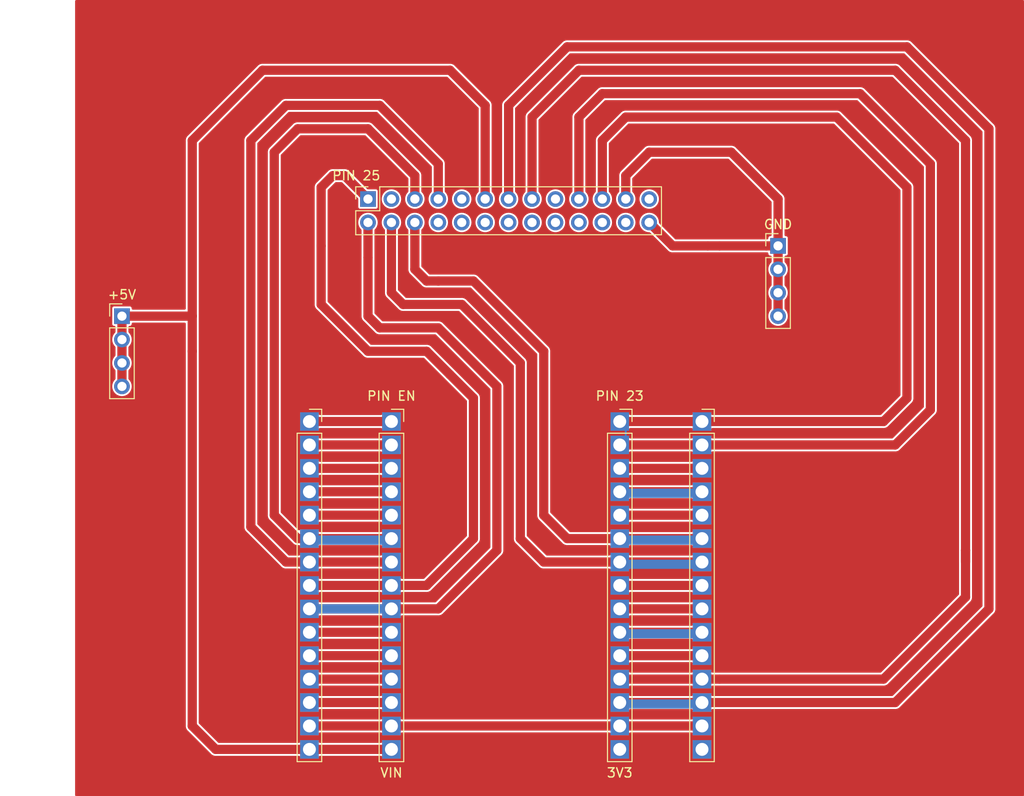
<source format=kicad_pcb>
(kicad_pcb (version 20211014) (generator pcbnew)
  (layers (0 "F.Cu" signal) (31 "B.Cu" signal) (34 "B.Paste" user) (35 "F.Paste" user) (36 "B.SilkS" user "B.Silkscreen") (37 "F.SilkS" user "F.Silkscreen") (38 "B.Mask" user) (39 "F.Mask" user) (44 "Edge.Cuts" user))
  (net 0 "")
  (footprint "Connector_PinSocket_2.54mm:PinSocket_1x15_P2.54mm_Vertical" (layer "F.Cu") (at 123.19 95.25)
    (fp_text reference "PIN EN" (at 0 -2.77) (layer "F.SilkS"))
    (fp_text value "PinSocket_1x15_P2.54mm_Vertical")
    (fp_line (start -1.33 1.27) (end 1.33 1.27) (layer "F.SilkS") (width 0.12))
    (fp_line (start 0 -1.33) (end 1.33 -1.33) (layer "F.SilkS") (width 0.12))
    (fp_line (start -1.33 36.89) (end 1.33 36.89) (layer "F.SilkS") (width 0.12))
    (fp_line (start 1.33 1.27) (end 1.33 36.89) (layer "F.SilkS") (width 0.12))
    (fp_line (start -1.33 1.27) (end -1.33 36.89) (layer "F.SilkS") (width 0.12))
    (fp_line (start 1.33 -1.33) (end 1.33 0) (layer "F.SilkS") (width 0.12))
    (pad "1" thru_hole rect (at 0 0) (size 2 2) (drill 1.4) (layers *.Cu *.Mask))
    (pad "2" thru_hole rect (at 0 2.54) (size 2 2) (drill 1.4) (layers *.Cu *.Mask))
    (pad "3" thru_hole rect (at 0 5.08) (size 2 2) (drill 1.4) (layers *.Cu *.Mask))
    (pad "4" thru_hole rect (at 0 7.62) (size 2 2) (drill 1.4) (layers *.Cu *.Mask))
    (pad "5" thru_hole rect (at 0 10.16) (size 2 2) (drill 1.4) (layers *.Cu *.Mask))
    (pad "6" thru_hole rect (at 0 12.7) (size 2 2) (drill 1.4) (layers *.Cu *.Mask))
    (pad "7" thru_hole rect (at 0 15.24) (size 2 2) (drill 1.4) (layers *.Cu *.Mask))
    (pad "8" thru_hole rect (at 0 17.78) (size 2 2) (drill 1.4) (layers *.Cu *.Mask))
    (pad "9" thru_hole rect (at 0 20.32) (size 2 2) (drill 1.4) (layers *.Cu *.Mask))
    (pad "10" thru_hole rect (at 0 22.86) (size 2 2) (drill 1.4) (layers *.Cu *.Mask))
    (pad "11" thru_hole rect (at 0 25.4) (size 2 2) (drill 1.4) (layers *.Cu *.Mask))
    (pad "12" thru_hole rect (at 0 27.94) (size 2 2) (drill 1.4) (layers *.Cu *.Mask))
    (pad "13" thru_hole rect (at 0 30.48) (size 2 2) (drill 1.4) (layers *.Cu *.Mask))
    (pad "14" thru_hole rect (at 0 33.02) (size 2 2) (drill 1.4) (layers *.Cu *.Mask))
    (pad "15" thru_hole rect (at 0 35.56) (size 2 2) (drill 1.4) (layers *.Cu *.Mask))
  )
  (footprint "Connector_PinSocket_2.54mm:PinSocket_1x15_P2.54mm_Vertical" (layer "F.Cu") (at 114.3 95.25)
    (fp_text reference "VIN" (at 8.89 38.1) (layer "F.SilkS"))
    (fp_text value "PinSocket_1x15_P2.54mm_Vertical")
    (fp_line (start -1.33 1.27) (end -1.33 36.89) (layer "F.SilkS") (width 0.12))
    (fp_line (start -1.33 1.27) (end 1.33 1.27) (layer "F.SilkS") (width 0.12))
    (fp_line (start 1.33 1.27) (end 1.33 36.89) (layer "F.SilkS") (width 0.12))
    (fp_line (start 1.33 -1.33) (end 1.33 0) (layer "F.SilkS") (width 0.12))
    (fp_line (start -1.33 36.89) (end 1.33 36.89) (layer "F.SilkS") (width 0.12))
    (fp_line (start 0 -1.33) (end 1.33 -1.33) (layer "F.SilkS") (width 0.12))
    (pad "1" thru_hole rect (at 0 0) (size 2 2) (drill 1.4) (layers *.Cu *.Mask))
    (pad "2" thru_hole rect (at 0 2.54) (size 2 2) (drill 1.4) (layers *.Cu *.Mask))
    (pad "3" thru_hole rect (at 0 5.08) (size 2 2) (drill 1.4) (layers *.Cu *.Mask))
    (pad "4" thru_hole rect (at 0 7.62) (size 2 2) (drill 1.4) (layers *.Cu *.Mask))
    (pad "5" thru_hole rect (at 0 10.16) (size 2 2) (drill 1.4) (layers *.Cu *.Mask))
    (pad "6" thru_hole rect (at 0 12.7) (size 2 2) (drill 1.4) (layers *.Cu *.Mask))
    (pad "7" thru_hole rect (at 0 15.24) (size 2 2) (drill 1.4) (layers *.Cu *.Mask))
    (pad "8" thru_hole rect (at 0 17.78) (size 2 2) (drill 1.4) (layers *.Cu *.Mask))
    (pad "9" thru_hole rect (at 0 20.32) (size 2 2) (drill 1.4) (layers *.Cu *.Mask))
    (pad "10" thru_hole rect (at 0 22.86) (size 2 2) (drill 1.4) (layers *.Cu *.Mask))
    (pad "11" thru_hole rect (at 0 25.4) (size 2 2) (drill 1.4) (layers *.Cu *.Mask))
    (pad "12" thru_hole rect (at 0 27.94) (size 2 2) (drill 1.4) (layers *.Cu *.Mask))
    (pad "13" thru_hole rect (at 0 30.48) (size 2 2) (drill 1.4) (layers *.Cu *.Mask))
    (pad "14" thru_hole rect (at 0 33.02) (size 2 2) (drill 1.4) (layers *.Cu *.Mask))
    (pad "15" thru_hole rect (at 0 35.56) (size 2 2) (drill 1.4) (layers *.Cu *.Mask))
  )
  (footprint "Connector_PinSocket_2.54mm:PinSocket_1x15_P2.54mm_Vertical" (layer "F.Cu") (at 156.8535 95.25)
    (fp_text reference "3V3" (at -8.915 38.1) (layer "F.SilkS"))
    (fp_text value "PinSocket_1x15_P2.54mm_Vertical")
    (fp_line (start 1.33 -1.33) (end 1.33 0) (layer "F.SilkS") (width 0.12))
    (fp_line (start 1.33 1.27) (end 1.33 36.89) (layer "F.SilkS") (width 0.12))
    (fp_line (start -1.33 1.27) (end 1.33 1.27) (layer "F.SilkS") (width 0.12))
    (fp_line (start 0 -1.33) (end 1.33 -1.33) (layer "F.SilkS") (width 0.12))
    (fp_line (start -1.33 36.89) (end 1.33 36.89) (layer "F.SilkS") (width 0.12))
    (fp_line (start -1.33 1.27) (end -1.33 36.89) (layer "F.SilkS") (width 0.12))
    (pad "1" thru_hole rect (at 0 0) (size 2 2) (drill 1.4) (layers *.Cu *.Mask))
    (pad "2" thru_hole rect (at 0 2.54) (size 2 2) (drill 1.4) (layers *.Cu *.Mask))
    (pad "3" thru_hole rect (at 0 5.08) (size 2 2) (drill 1.4) (layers *.Cu *.Mask))
    (pad "4" thru_hole rect (at 0 7.62) (size 2 2) (drill 1.4) (layers *.Cu *.Mask))
    (pad "5" thru_hole rect (at 0 10.16) (size 2 2) (drill 1.4) (layers *.Cu *.Mask))
    (pad "6" thru_hole rect (at 0 12.7) (size 2 2) (drill 1.4) (layers *.Cu *.Mask))
    (pad "7" thru_hole rect (at 0 15.24) (size 2 2) (drill 1.4) (layers *.Cu *.Mask))
    (pad "8" thru_hole rect (at 0 17.78) (size 2 2) (drill 1.4) (layers *.Cu *.Mask))
    (pad "9" thru_hole rect (at 0 20.32) (size 2 2) (drill 1.4) (layers *.Cu *.Mask))
    (pad "10" thru_hole rect (at 0 22.86) (size 2 2) (drill 1.4) (layers *.Cu *.Mask))
    (pad "11" thru_hole rect (at 0 25.4) (size 2 2) (drill 1.4) (layers *.Cu *.Mask))
    (pad "12" thru_hole rect (at 0 27.94) (size 2 2) (drill 1.4) (layers *.Cu *.Mask))
    (pad "13" thru_hole rect (at 0 30.48) (size 2 2) (drill 1.4) (layers *.Cu *.Mask))
    (pad "14" thru_hole rect (at 0 33.02) (size 2 2) (drill 1.4) (layers *.Cu *.Mask))
    (pad "15" thru_hole rect (at 0 35.56) (size 2 2) (drill 1.4) (layers *.Cu *.Mask))
  )
  (footprint "Connector_PinSocket_2.54mm:PinSocket_2x13_P2.54mm_Vertical" (layer "F.Cu") (at 120.65 71.12 90)
    (fp_text reference "PIN 25" (at 2.54 -1.27 180) (layer "F.SilkS"))
    (fp_text value "PinSocket_2x13_P2.54mm_Vertical")
    (fp_line (start 0 -1.33) (end 1.33 -1.33) (layer "F.SilkS") (width 0.12))
    (fp_line (start -3.87 -1.33) (end -3.87 31.81) (layer "F.SilkS") (width 0.12))
    (fp_line (start 1.33 1.27) (end 1.33 31.81) (layer "F.SilkS") (width 0.12))
    (fp_line (start -1.27 -1.33) (end -1.27 1.27) (layer "F.SilkS") (width 0.12))
    (fp_line (start -3.87 31.81) (end 1.33 31.81) (layer "F.SilkS") (width 0.12))
    (fp_line (start 1.33 -1.33) (end 1.33 0) (layer "F.SilkS") (width 0.12))
    (fp_line (start -3.87 -1.33) (end -1.27 -1.33) (layer "F.SilkS") (width 0.12))
    (fp_line (start -1.27 1.27) (end 1.33 1.27) (layer "F.SilkS") (width 0.12))
    (pad "1" thru_hole rect (at 0 0 90) (size 1.7 1.7) (drill 1) (layers *.Cu *.Mask))
    (pad "2" thru_hole oval (at -2.54 0 90) (size 1.7 1.7) (drill 1) (layers *.Cu *.Mask))
    (pad "3" thru_hole oval (at 0 2.54 90) (size 1.7 1.7) (drill 1) (layers *.Cu *.Mask))
    (pad "4" thru_hole oval (at -2.54 2.54 90) (size 1.7 1.7) (drill 1) (layers *.Cu *.Mask))
    (pad "5" thru_hole oval (at 0 5.08 90) (size 1.7 1.7) (drill 1) (layers *.Cu *.Mask))
    (pad "6" thru_hole oval (at -2.54 5.08 90) (size 1.7 1.7) (drill 1) (layers *.Cu *.Mask))
    (pad "7" thru_hole oval (at 0 7.62 90) (size 1.7 1.7) (drill 1) (layers *.Cu *.Mask))
    (pad "8" thru_hole oval (at -2.54 7.62 90) (size 1.7 1.7) (drill 1) (layers *.Cu *.Mask))
    (pad "9" thru_hole oval (at 0 10.16 90) (size 1.7 1.7) (drill 1) (layers *.Cu *.Mask))
    (pad "10" thru_hole oval (at -2.54 10.16 90) (size 1.7 1.7) (drill 1) (layers *.Cu *.Mask))
    (pad "11" thru_hole oval (at 0 12.7 90) (size 1.7 1.7) (drill 1) (layers *.Cu *.Mask))
    (pad "12" thru_hole oval (at -2.54 12.7 90) (size 1.7 1.7) (drill 1) (layers *.Cu *.Mask))
    (pad "13" thru_hole oval (at 0 15.24 90) (size 1.7 1.7) (drill 1) (layers *.Cu *.Mask))
    (pad "14" thru_hole oval (at -2.54 15.24 90) (size 1.7 1.7) (drill 1) (layers *.Cu *.Mask))
    (pad "15" thru_hole oval (at 0 17.78 90) (size 1.7 1.7) (drill 1) (layers *.Cu *.Mask))
    (pad "16" thru_hole oval (at -2.54 17.78 90) (size 1.7 1.7) (drill 1) (layers *.Cu *.Mask))
    (pad "17" thru_hole oval (at 0 20.32 90) (size 1.7 1.7) (drill 1) (layers *.Cu *.Mask))
    (pad "18" thru_hole oval (at -2.54 20.32 90) (size 1.7 1.7) (drill 1) (layers *.Cu *.Mask))
    (pad "19" thru_hole oval (at 0 22.86 90) (size 1.7 1.7) (drill 1) (layers *.Cu *.Mask))
    (pad "20" thru_hole oval (at -2.54 22.86 90) (size 1.7 1.7) (drill 1) (layers *.Cu *.Mask))
    (pad "21" thru_hole oval (at 0 25.4 90) (size 1.7 1.7) (drill 1) (layers *.Cu *.Mask))
    (pad "22" thru_hole oval (at -2.54 25.4 90) (size 1.7 1.7) (drill 1) (layers *.Cu *.Mask))
    (pad "23" thru_hole oval (at 0 27.94 90) (size 1.7 1.7) (drill 1) (layers *.Cu *.Mask))
    (pad "24" thru_hole oval (at -2.54 27.94 90) (size 1.7 1.7) (drill 1) (layers *.Cu *.Mask))
    (pad "25" thru_hole oval (at 0 30.48 90) (size 1.7 1.7) (drill 1) (layers *.Cu *.Mask))
    (pad "26" thru_hole oval (at -2.54 30.48 90) (size 1.7 1.7) (drill 1) (layers *.Cu *.Mask))
  )
  (footprint "Connector_PinSocket_2.54mm:PinSocket_1x15_P2.54mm_Vertical" (layer "F.Cu") (at 147.9385 95.25)
    (fp_text reference "PIN 23" (at 0 -2.77) (layer "F.SilkS"))
    (fp_text value "PinSocket_1x15_P2.54mm_Vertical")
    (fp_line (start -1.33 1.27) (end -1.33 36.89) (layer "F.SilkS") (width 0.12))
    (fp_line (start -1.33 1.27) (end 1.33 1.27) (layer "F.SilkS") (width 0.12))
    (fp_line (start 1.33 1.27) (end 1.33 36.89) (layer "F.SilkS") (width 0.12))
    (fp_line (start 1.33 -1.33) (end 1.33 0) (layer "F.SilkS") (width 0.12))
    (fp_line (start 0 -1.33) (end 1.33 -1.33) (layer "F.SilkS") (width 0.12))
    (fp_line (start -1.33 36.89) (end 1.33 36.89) (layer "F.SilkS") (width 0.12))
    (pad "1" thru_hole rect (at 0 0) (size 2 2) (drill 1.4) (layers *.Cu *.Mask))
    (pad "2" thru_hole rect (at 0 2.54) (size 2 2) (drill 1.4) (layers *.Cu *.Mask))
    (pad "3" thru_hole rect (at 0 5.08) (size 2 2) (drill 1.4) (layers *.Cu *.Mask))
    (pad "4" thru_hole rect (at 0 7.62) (size 2 2) (drill 1.4) (layers *.Cu *.Mask))
    (pad "5" thru_hole rect (at 0 10.16) (size 2 2) (drill 1.4) (layers *.Cu *.Mask))
    (pad "6" thru_hole rect (at 0 12.7) (size 2 2) (drill 1.4) (layers *.Cu *.Mask))
    (pad "7" thru_hole rect (at 0 15.24) (size 2 2) (drill 1.4) (layers *.Cu *.Mask))
    (pad "8" thru_hole rect (at 0 17.78) (size 2 2) (drill 1.4) (layers *.Cu *.Mask))
    (pad "9" thru_hole rect (at 0 20.32) (size 2 2) (drill 1.4) (layers *.Cu *.Mask))
    (pad "10" thru_hole rect (at 0 22.86) (size 2 2) (drill 1.4) (layers *.Cu *.Mask))
    (pad "11" thru_hole rect (at 0 25.4) (size 2 2) (drill 1.4) (layers *.Cu *.Mask))
    (pad "12" thru_hole rect (at 0 27.94) (size 2 2) (drill 1.4) (layers *.Cu *.Mask))
    (pad "13" thru_hole rect (at 0 30.48) (size 2 2) (drill 1.4) (layers *.Cu *.Mask))
    (pad "14" thru_hole rect (at 0 33.02) (size 2 2) (drill 1.4) (layers *.Cu *.Mask))
    (pad "15" thru_hole rect (at 0 35.56) (size 2 2) (drill 1.4) (layers *.Cu *.Mask))
  )
  (footprint "Connector_PinHeader_2.54mm:PinHeader_1x04_P2.54mm_Vertical" (layer "F.Cu") (at 165.1 76.2)
    (fp_text reference "GND" (at 0 -2.33) (layer "F.SilkS"))
    (fp_text value "PinHeader_1x04_P2.54mm_Vertical")
    (fp_line (start -1.33 1.27) (end -1.33 8.95) (layer "F.SilkS") (width 0.12))
    (fp_line (start -1.33 -1.33) (end 0 -1.33) (layer "F.SilkS") (width 0.12))
    (fp_line (start -1.33 0) (end -1.33 -1.33) (layer "F.SilkS") (width 0.12))
    (fp_line (start 1.33 1.27) (end 1.33 8.95) (layer "F.SilkS") (width 0.12))
    (fp_line (start -1.33 8.95) (end 1.33 8.95) (layer "F.SilkS") (width 0.12))
    (fp_line (start -1.33 1.27) (end 1.33 1.27) (layer "F.SilkS") (width 0.12))
    (pad "1" thru_hole rect (at 0 0) (size 1.7 1.7) (drill 1) (layers *.Cu *.Mask))
    (pad "2" thru_hole oval (at 0 2.54) (size 1.7 1.7) (drill 1) (layers *.Cu *.Mask))
    (pad "3" thru_hole oval (at 0 5.08) (size 1.7 1.7) (drill 1) (layers *.Cu *.Mask))
    (pad "4" thru_hole oval (at 0 7.62) (size 1.7 1.7) (drill 1) (layers *.Cu *.Mask))
  )
  (footprint "Connector_PinHeader_2.54mm:PinHeader_1x04_P2.54mm_Vertical" (layer "F.Cu") (at 93.98 83.82)
    (fp_text reference "+5V" (at 0 -2.33) (layer "F.SilkS"))
    (fp_text value "PinHeader_1x04_P2.54mm_Vertical")
    (fp_line (start -1.33 8.95) (end 1.33 8.95) (layer "F.SilkS") (width 0.12))
    (fp_line (start -1.33 1.27) (end -1.33 8.95) (layer "F.SilkS") (width 0.12))
    (fp_line (start -1.33 0) (end -1.33 -1.33) (layer "F.SilkS") (width 0.12))
    (fp_line (start -1.33 1.27) (end 1.33 1.27) (layer "F.SilkS") (width 0.12))
    (fp_line (start -1.33 -1.33) (end 0 -1.33) (layer "F.SilkS") (width 0.12))
    (fp_line (start 1.33 1.27) (end 1.33 8.95) (layer "F.SilkS") (width 0.12))
    (pad "1" thru_hole rect (at 0 0) (size 1.7 1.7) (drill 1) (layers *.Cu *.Mask))
    (pad "2" thru_hole oval (at 0 2.54) (size 1.7 1.7) (drill 1) (layers *.Cu *.Mask))
    (pad "3" thru_hole oval (at 0 5.08) (size 1.7 1.7) (drill 1) (layers *.Cu *.Mask))
    (pad "4" thru_hole oval (at 0 7.62) (size 1.7 1.7) (drill 1) (layers *.Cu *.Mask))
  )
  (segment (start 176.53 123.19) (end 158.75 123.19) (width 1) (layer "F.Cu") (net 0))
  (segment (start 171.45 62.23) (end 179.07 69.85) (width 1) (layer "F.Cu") (net 0))
  (segment (start 147.9385 128.27) (end 123.19 128.27) (width 1) (layer "F.Cu") (net 0))
  (segment (start 120.65 83.82) (end 121.92 85.09) (width 1) (layer "F.Cu") (net 0))
  (segment (start 139.7 110.49) (end 137.16 107.95) (width 1) (layer "F.Cu") (net 0))
  (segment (start 111.76 60.96) (end 107.95 64.77) (width 1) (layer "F.Cu") (net 0))
  (segment (start 132.08 107.95) (end 127 113.03) (width 1) (layer "F.Cu") (net 0))
  (segment (start 139.7 87.63) (end 139.7 105.41) (width 1) (layer "F.Cu") (net 0))
  (segment (start 157.48 76.2) (end 158.75 76.2) (width 1) (layer "F.Cu") (net 0))
  (segment (start 109.22 57.15) (end 101.6 64.77) (width 1) (layer "F.Cu") (net 0))
  (segment (start 133.35 90.17) (end 134.62 91.44) (width 1) (layer "F.Cu") (net 0))
  (segment (start 187.96 115.57) (end 177.8 125.73) (width 1) (layer "F.Cu") (net 0))
  (segment (start 127 113.03) (end 123.19 113.03) (width 1) (layer "F.Cu") (net 0))
  (segment (start 160.02 66.04) (end 165.1 71.12) (width 1) (layer "F.Cu") (net 0))
  (segment (start 128.27 71.12) (end 128.27 67.31) (width 1) (layer "F.Cu") (net 0))
  (segment (start 123.19 120.65) (end 114.3 120.65) (width 1) (layer "F.Cu") (net 0))
  (segment (start 114.3 110.49) (end 123.19 110.49) (width 1) (layer "F.Cu") (net 0))
  (segment (start 110.49 105.41) (end 110.49 66.04) (width 1) (layer "F.Cu") (net 0))
  (segment (start 125.73 78.74) (end 127 80.01) (width 1) (layer "F.Cu") (net 0))
  (segment (start 127 87.63) (end 120.65 87.63) (width 1) (layer "F.Cu") (net 0))
  (segment (start 146.05 71.12) (end 146.05 64.77) (width 1) (layer "F.Cu") (net 0))
  (segment (start 123.19 118.11) (end 114.3 118.11) (width 1) (layer "F.Cu") (net 0))
  (segment (start 121.92 85.09) (end 128.27 85.09) (width 1) (layer "F.Cu") (net 0))
  (segment (start 173.99 59.69) (end 181.61 67.31) (width 1) (layer "F.Cu") (net 0))
  (segment (start 147.9385 110.49) (end 139.7 110.49) (width 1) (layer "F.Cu") (net 0))
  (segment (start 116.84 68.58) (end 115.57 69.85) (width 1) (layer "F.Cu") (net 0))
  (segment (start 185.42 114.3) (end 176.53 123.19) (width 1) (layer "F.Cu") (net 0))
  (segment (start 123.6795 115.732) (end 123.2795 116.132) (width 0.25) (layer "F.Cu") (net 0))
  (segment (start 135.89 71.12) (end 135.89 60.96) (width 1) (layer "F.Cu") (net 0))
  (segment (start 137.16 107.95) (end 137.16 88.9) (width 1) (layer "F.Cu") (net 0))
  (segment (start 124.46 82.55) (end 123.19 81.28) (width 1) (layer "F.Cu") (net 0))
  (segment (start 143.51 62.23) (end 146.05 59.69) (width 1) (layer "F.Cu") (net 0))
  (segment (start 120.65 87.63) (end 115.57 82.55) (width 1) (layer "F.Cu") (net 0))
  (segment (start 125.73 71.12) (end 125.73 68.58) (width 1) (layer "F.Cu") (net 0))
  (segment (start 177.8 125.73) (end 156.8535 125.73) (width 1) (layer "F.Cu") (net 0))
  (segment (start 123.6795 123.352) (end 123.2795 123.752) (width 0.25) (layer "F.Cu") (net 0))
  (segment (start 132.08 92.71) (end 129.54 90.17) (width 1) (layer "F.Cu") (net 0))
  (segment (start 135.89 60.96) (end 142.24 54.61) (width 1) (layer "F.Cu") (net 0))
  (segment (start 153.67 76.2) (end 157.48 76.2) (width 1) (layer "F.Cu") (net 0))
  (segment (start 120.65 63.5) (end 113.03 63.5) (width 1) (layer "F.Cu") (net 0))
  (segment (start 123.6795 113.192) (end 123.2795 113.592) (width 0.25) (layer "F.Cu") (net 0))
  (segment (start 143.51 71.12) (end 143.51 62.23) (width 1) (layer "F.Cu") (net 0))
  (segment (start 143.51 57.15) (end 138.43 62.23) (width 1) (layer "F.Cu") (net 0))
  (segment (start 185.42 109.22) (end 185.42 114.3) (width 1) (layer "F.Cu") (net 0))
  (segment (start 185.42 109.22) (end 185.42 64.77) (width 1) (layer "F.Cu") (net 0))
  (segment (start 107.95 106.68) (end 111.76 110.49) (width 1) (layer "F.Cu") (net 0))
  (segment (start 187.96 63.5) (end 187.96 115.57) (width 1) (layer "F.Cu") (net 0))
  (segment (start 158.75 76.2) (end 163.83 76.2) (width 1) (layer "F.Cu") (net 0))
  (segment (start 121.92 60.96) (end 111.76 60.96) (width 1) (layer "F.Cu") (net 0))
  (segment (start 129.54 57.15) (end 109.22 57.15) (width 1) (layer "F.Cu") (net 0))
  (segment (start 148.59 71.12) (end 148.59 68.58) (width 1) (layer "F.Cu") (net 0))
  (segment (start 123.6795 128.432) (end 123.2795 128.832) (width 0.25) (layer "F.Cu") (net 0))
  (segment (start 123.593184 108.194265) (end 123.275449 108.512) (width 0.25) (layer "F.Cu") (net 0))
  (segment (start 101.6 128.27) (end 101.6 87.63) (width 1) (layer "F.Cu") (net 0))
  (segment (start 147.9385 115.57) (end 156.8535 115.57) (width 1) (layer "F.Cu") (net 0))
  (segment (start 165.1 76.2) (end 165.1 83.82) (width 1) (layer "F.Cu") (net 0))
  (segment (start 114.3 100.33) (end 123.19 100.33) (width 1) (layer "F.Cu") (net 0))
  (segment (start 177.8 97.79) (end 181.61 93.98) (width 1) (layer "F.Cu") (net 0))
  (segment (start 123.6795 105.572) (end 123.2795 105.972) (width 0.25) (layer "F.Cu") (net 0))
  (segment (start 132.08 80.01) (end 139.7 87.63) (width 1) (layer "F.Cu") (net 0))
  (segment (start 120.65 71.12) (end 118.11 68.58) (width 1) (layer "F.Cu") (net 0))
  (segment (start 115.57 82.55) (end 115.57 76.2) (width 1) (layer "F.Cu") (net 0))
  (segment (start 137.16 88.9) (end 130.81 82.55) (width 1) (layer "F.Cu") (net 0))
  (segment (start 114.3 107.95) (end 123.19 107.95) (width 1) (layer "F.Cu") (net 0))
  (segment (start 156.8535 95.25) (end 147.9385 95.25) (width 1) (layer "F.Cu") (net 0))
  (segment (start 177.8 57.15) (end 143.51 57.15) (width 1) (layer "F.Cu") (net 0))
  (segment (start 147.9385 128.27) (end 156.8535 128.27) (width 1) (layer "F.Cu") (net 0))
  (segment (start 156.8535 123.19) (end 147.9385 123.19) (width 1) (layer "F.Cu") (net 0))
  (segment (start 110.49 66.04) (end 113.03 63.5) (width 1) (layer "F.Cu") (net 0))
  (segment (start 176.53 95.25) (end 156.8535 95.25) (width 1) (layer "F.Cu") (net 0))
  (segment (start 146.05 59.69) (end 173.99 59.69) (width 1) (layer "F.Cu") (net 0))
  (segment (start 114.3 130.81) (end 104.14 130.81) (width 1) (layer "F.Cu") (net 0))
  (segment (start 125.73 73.66) (end 125.73 74.93) (width 1) (layer "F.Cu") (net 0))
  (segment (start 114.3 107.95) (end 113.03 107.95) (width 1) (layer "F.Cu") (net 0))
  (segment (start 132.08 107.95) (end 132.08 92.71) (width 1) (layer "F.Cu") (net 0))
  (segment (start 125.73 73.66) (end 125.73 78.74) (width 1) (layer "F.Cu") (net 0))
  (segment (start 147.9385 102.87) (end 156.8535 102.87) (width 1) (layer "F.Cu") (net 0))
  (segment (start 146.05 64.77) (end 148.59 62.23) (width 1) (layer "F.Cu") (net 0))
  (segment (start 111.76 110.49) (end 114.3 110.49) (width 1) (layer "F.Cu") (net 0))
  (segment (start 181.61 67.31) (end 181.61 93.98) (width 1) (layer "F.Cu") (net 0))
  (segment (start 147.9385 105.41) (end 156.8535 105.41) (width 1) (layer "F.Cu") (net 0))
  (segment (start 128.27 85.09) (end 133.35 90.17) (width 1) (layer "F.Cu") (net 0))
  (segment (start 156.8535 97.79) (end 147.9385 97.79) (width 1) (layer "F.Cu") (net 0))
  (segment (start 123.6795 100.492) (end 123.2795 100.892) (width 0.25) (layer "F.Cu") (net 0))
  (segment (start 179.07 69.85) (end 179.07 92.71) (width 1) (layer "F.Cu") (net 0))
  (segment (start 123.6795 103.032) (end 123.2795 103.432) (width 0.25) (layer "F.Cu") (net 0))
  (segment (start 156.8535 125.73) (end 147.9385 125.73) (width 1) (layer "F.Cu") (net 0))
  (segment (start 156.8535 97.79) (end 177.8 97.79) (width 1) (layer "F.Cu") (net 0))
  (segment (start 123.19 125.73) (end 114.3 125.73) (width 1) (layer "F.Cu") (net 0))
  (segment (start 93.98 83.82) (end 93.98 91.44) (width 1) (layer "F.Cu") (net 0))
  (segment (start 115.57 69.85) (end 115.57 76.2) (width 1) (layer "F.Cu") (net 0))
  (segment (start 142.24 54.61) (end 179.07 54.61) (width 1) (layer "F.Cu") (net 0))
  (segment (start 123.19 81.28) (end 123.19 73.66) (width 1) (layer "F.Cu") (net 0))
  (segment (start 123.19 123.19) (end 114.3 123.19) (width 1) (layer "F.Cu") (net 0))
  (segment (start 127 80.01) (end 128.27 80.01) (width 1) (layer "F.Cu") (net 0))
  (segment (start 120.65 73.66) (end 120.65 77.47) (width 1) (layer "F.Cu") (net 0))
  (segment (start 134.62 91.44) (end 134.62 109.22) (width 1) (layer "F.Cu") (net 0))
  (segment (start 165.1 71.12) (end 165.1 76.2) (width 1) (layer "F.Cu") (net 0))
  (segment (start 147.9385 100.33) (end 156.8535 100.33) (width 1) (layer "F.Cu") (net 0))
  (segment (start 123.19 113.03) (end 114.3 113.03) (width 1) (layer "F.Cu") (net 0))
  (segment (start 123.19 95.25) (end 114.3 95.25) (width 1) (layer "F.Cu") (net 0))
  (segment (start 185.42 64.77) (end 177.8 57.15) (width 1) (layer "F.Cu") (net 0))
  (segment (start 147.9385 113.03) (end 156.8535 113.03) (width 1) (layer "F.Cu") (net 0))
  (segment (start 113.03 107.95) (end 110.49 105.41) (width 1) (layer "F.Cu") (net 0))
  (segment (start 147.9385 118.11) (end 156.8535 118.11) (width 1) (layer "F.Cu") (net 0))
  (segment (start 101.6 83.82) (end 101.6 87.63) (width 1) (layer "F.Cu") (net 0))
  (segment (start 123.6795 125.892) (end 123.2795 126.292) (width 0.25) (layer "F.Cu") (net 0))
  (segment (start 101.6 64.77) (end 101.6 83.82) (width 1) (layer "F.Cu") (net 0))
  (segment (start 107.95 64.77) (end 107.95 106.68) (width 1) (layer "F.Cu") (net 0))
  (segment (start 114.3 105.41) (end 123.19 105.41) (width 1) (layer "F.Cu") (net 0))
  (segment (start 123.19 130.81) (end 114.3 130.81) (width 1) (layer "F.Cu") (net 0))
  (segment (start 138.43 62.23) (end 138.43 71.12) (width 1) (layer "F.Cu") (net 0))
  (segment (start 114.3 115.57) (end 123.19 115.57) (width 1) (layer "F.Cu") (net 0))
  (segment (start 148.59 68.58) (end 151.13 66.04) (width 1) (layer "F.Cu") (net 0))
  (segment (start 101.6 83.82) (end 93.98 83.82) (width 1) (layer "F.Cu") (net 0))
  (segment (start 133.35 71.12) (end 133.35 60.96) (width 1) (layer "F.Cu") (net 0))
  (segment (start 123.593184 110.710168) (end 123.251352 111.052) (width 0.25) (layer "F.Cu") (net 0))
  (segment (start 123.6795 97.952) (end 123.2795 98.352) (width 0.25) (layer "F.Cu") (net 0))
  (segment (start 128.27 115.57) (end 123.19 115.57) (width 1) (layer "F.Cu") (net 0))
  (segment (start 147.9385 120.65) (end 156.8535 120.65) (width 1) (layer "F.Cu") (net 0))
  (segment (start 133.35 60.96) (end 129.54 57.15) (width 1) (layer "F.Cu") (net 0))
  (segment (start 125.73 68.58) (end 120.65 63.5) (width 1) (layer "F.Cu") (net 0))
  (segment (start 147.9385 107.95) (end 142.24 107.95) (width 1) (layer "F.Cu") (net 0))
  (segment (start 123.19 97.79) (end 114.3 97.79) (width 1) (layer "F.Cu") (net 0))
  (segment (start 142.24 107.95) (end 139.7 105.41) (width 1) (layer "F.Cu") (net 0))
  (segment (start 147.9385 107.95) (end 156.8535 107.95) (width 1) (layer "F.Cu") (net 0))
  (segment (start 163.83 76.2) (end 165.1 76.2) (width 1) (layer "F.Cu") (net 0))
  (segment (start 123.6795 120.812) (end 123.2795 121.212) (width 0.25) (layer "F.Cu") (net 0))
  (segment (start 179.07 54.61) (end 187.96 63.5) (width 1) (layer "F.Cu") (net 0))
  (segment (start 130.81 82.55) (end 124.46 82.55) (width 1) (layer "F.Cu") (net 0))
  (segment (start 148.59 62.23) (end 171.45 62.23) (width 1) (layer "F.Cu") (net 0))
  (segment (start 114.3 102.87) (end 123.19 102.87) (width 1) (layer "F.Cu") (net 0))
  (segment (start 123.6795 118.272) (end 123.2795 118.672) (width 0.25) (layer "F.Cu") (net 0))
  (segment (start 147.9385 110.49) (end 156.8535 110.49) (width 1) (layer "F.Cu") (net 0))
  (segment (start 156.8535 123.19) (end 158.75 123.19) (width 1) (layer "F.Cu") (net 0))
  (segment (start 151.13 66.04) (end 160.02 66.04) (width 1) (layer "F.Cu") (net 0))
  (segment (start 128.27 80.01) (end 132.08 80.01) (width 1) (layer "F.Cu") (net 0))
  (segment (start 134.62 109.22) (end 128.27 115.57) (width 1) (layer "F.Cu") (net 0))
  (segment (start 128.27 67.31) (end 121.92 60.96) (width 1) (layer "F.Cu") (net 0))
  (segment (start 104.14 130.81) (end 101.6 128.27) (width 1) (layer "F.Cu") (net 0))
  (segment (start 129.54 90.17) (end 127 87.63) (width 1) (layer "F.Cu") (net 0))
  (segment (start 118.11 68.58) (end 116.84 68.58) (width 1) (layer "F.Cu") (net 0))
  (segment (start 123.19 128.27) (end 114.3 128.27) (width 1) (layer "F.Cu") (net 0))
  (segment (start 120.65 77.47) (end 120.65 83.82) (width 1) (layer "F.Cu") (net 0))
  (segment (start 185.42 110.49) (end 185.42 109.22) (width 1) (layer "F.Cu") (net 0))
  (segment (start 179.07 92.71) (end 176.53 95.25) (width 1) (layer "F.Cu") (net 0))
  (segment (start 151.13 73.66) (end 153.67 76.2) (width 1) (layer "F.Cu") (net 0))
  (segment (start 148.428 110.734265) (end 156.609235 110.734265) (width 1) (layer "B.Cu") (net 0))
  (segment (start 114.462 108.112) (end 114.3 107.95) (width 1) (layer "B.Cu") (net 0))
  (segment (start 156.6915 103.032) (end 156.8535 102.87) (width 1) (layer "B.Cu") (net 0))
  (segment (start 156.6915 125.892) (end 156.8535 125.73) (width 1) (layer "B.Cu") (net 0))
  (segment (start 123.19 115.57) (end 123.5175 115.57) (width 0.25) (layer "B.Cu") (net 0))
  (segment (start 114.3 115.57) (end 123.5175 115.57) (width 1) (layer "B.Cu") (net 0))
  (segment (start 156.6915 118.272) (end 156.8535 118.11) (width 1) (layer "B.Cu") (net 0))
  (segment (start 148.428 103.032) (end 156.6915 103.032) (width 1) (layer "B.Cu") (net 0))
  (segment (start 148.428 118.272) (end 156.6915 118.272) (width 1) (layer "B.Cu") (net 0))
  (segment (start 156.609235 110.734265) (end 156.8535 110.49) (width 1) (layer "B.Cu") (net 0))
  (segment (start 156.6915 108.112) (end 156.8535 107.95) (width 1) (layer "B.Cu") (net 0))
  (segment (start 148.428 95.412) (end 148.59 95.25) (width 0.2) (layer "B.Cu") (net 0))
  (segment (start 148.59 95.25) (end 148.59 97.791477) (width 0.2) (layer "B.Cu") (net 0))
  (segment (start 123.6795 108.112) (end 114.462 108.112) (width 1) (layer "B.Cu") (net 0))
  (segment (start 148.428 108.112) (end 156.6915 108.112) (width 1) (layer "B.Cu") (net 0))
  (segment (start 148.59 97.791477) (end 148.428 97.953477) (width 0.2) (layer "B.Cu") (net 0))
  (segment (start 123.6795 100.492) (end 123.5175 100.33) (width 0.25) (layer "B.Cu") (net 0))
  (segment (start 123.5175 115.57) (end 123.6795 115.732) (width 1) (layer "B.Cu") (net 0))
  (segment (start 148.428 125.892) (end 156.6915 125.892) (width 1) (layer "B.Cu") (net 0))
  (zone (net 0) (net_name "") (layer "F.Cu") (connect_pads (clearance 0)) (min_thickness 0.254) (fill yes (thermal_gap 0.508) (thermal_bridge_width 0.508))
    (polygon (pts (xy 191.77 135.89) (xy 88.9 135.89) (xy 88.9 49.53) (xy 191.77 49.53)))
  )
)
</source>
